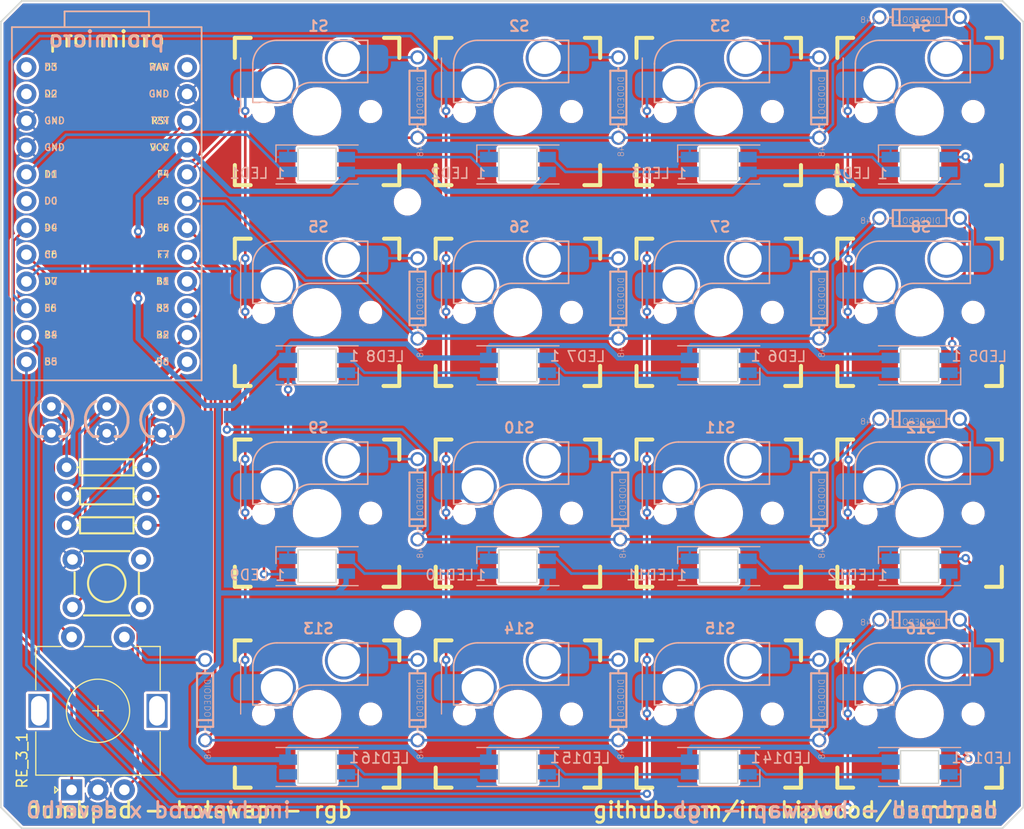
<source format=kicad_pcb>
(kicad_pcb (version 20211014) (generator pcbnew)
  (layers (0 "F.Cu" signal) (31 "B.Cu" signal) (34 "B.Paste" user) (35 "F.Paste" user) (36 "B.SilkS" user "B.Silkscreen") (37 "F.SilkS" user "F.Silkscreen") (38 "B.Mask" user) (39 "F.Mask" user) (44 "Edge.Cuts" user))
  (net 0 "")
  (net 1 "GND")
  (net 2 "/RAW")
  (net 3 "/RESET")
  (net 4 "/ROW0")
  (net 5 "/ROW1")
  (net 6 "VCC")
  (net 7 "/ROW2")
  (net 8 "/ROW3")
  (net 9 "/LED1")
  (net 10 "/LED2")
  (net 11 "/ENCODER0_L0")
  (net 12 "/LED0")
  (net 13 "/COL4")
  (net 14 "/COL3")
  (net 15 "/COL2")
  (net 16 "/COL1")
  (net 17 "/COL0")
  (net 18 "/ENCODER0_L1")
  (net 19 "/NC{slash}RX{slash}D2")
  (net 20 "/NC{slash}TX{slash}D3")
  (net 21 "Net-(D1-PadA)")
  (net 22 "Net-(D2-PadA)")
  (net 23 "Net-(D3-PadA)")
  (net 24 "Net-(D4-PadA)")
  (net 25 "Net-(D5-PadA)")
  (net 26 "Net-(D6-PadA)")
  (net 27 "Net-(D7-PadA)")
  (net 28 "Net-(D8-PadA)")
  (net 29 "Net-(D9-PadA)")
  (net 30 "Net-(D10-PadA)")
  (net 31 "Net-(D11-PadA)")
  (net 32 "Net-(D12-PadA)")
  (net 33 "Net-(D13-PadA)")
  (net 34 "Net-(D14-PadA)")
  (net 35 "Net-(D15-PadA)")
  (net 36 "Net-(D16-PadA)")
  (net 37 "Net-(D17-PadA)")
  (net 38 "Net-(D18-PadA)")
  (net 39 "Net-(D19-PadA)")
  (net 40 "Net-(D20-PadA)")
  (net 42 "/KEY_LEDS")
  (net 43 "Net-(LED1-Pad2)")
  (net 44 "Net-(LED2-Pad2)")
  (net 45 "Net-(LED3-Pad2)")
  (net 46 "Net-(LED4-Pad2)")
  (net 47 "Net-(LED5-Pad2)")
  (net 48 "Net-(LED6-Pad2)")
  (net 49 "Net-(LED7-Pad2)")
  (net 50 "Net-(LED8-Pad2)")
  (net 51 "Net-(LED10-Pad4)")
  (net 52 "Net-(LED10-Pad2)")
  (net 53 "Net-(LED11-Pad2)")
  (net 54 "Net-(LED12-Pad2)")
  (net 55 "Net-(LED13-Pad2)")
  (net 56 "Net-(LED14-Pad2)")
  (net 57 "Net-(LED15-Pad2)")
  (footprint "dumbpad:TACTILE_SWITCH_PTH_6.0MM" (layer "F.Cu") (at 110.0511 121.0036)
    (fp_text reference "S17" hide)
    (fp_text value "MOMENTARY-SWITCH-SPST-PTH-6.0MM" hide)
  )
  (footprint "MountingHole:MountingHole_2.1mm" (layer "F.Cu") (at 138.5761 124.8286)
    (fp_text reference "REF**")
    (fp_text value "MountingHole_2.1mm")
  )
  (footprint "MountingHole:MountingHole_2.1mm" (layer "F.Cu") (at 178.5761 124.8286)
    (fp_text reference "REF**")
    (fp_text value "MountingHole_2.1mm")
  )
  (footprint "dumbpad:SPARKFUN_PRO_MICRO" (layer "F.Cu") (at 110.0511 84.7536)
    (fp_text reference "B1" hide)
    (fp_text value "SPARKFUN_PRO_MICRO" hide)
  )
  (footprint "Rotary_Encoder:RotaryEncoder_Alps_EC11E-Switch_Vertical_H20mm" (layer "F.Cu") (at 106.72 140.6 90)
    (fp_text reference "RE_3_1")
    (fp_text value "CHERRY-MX-ENCODER")
  )
  (footprint "dumbpad:AXIAL-0.3" (layer "F.Cu") (at 110.0511 115.5036)
    (fp_text reference "R3" hide)
    (fp_text value "330" hide)
  )
  (footprint "dumbpad:AXIAL-0.3" (layer "F.Cu") (at 110.0511 110.0036)
    (fp_text reference "R1" hide)
    (fp_text value "330" hide)
  )
  (footprint "dumbpad:LED_3MM" (layer "F.Cu") (at 110.0511 105.5036 -90)
    (fp_text reference "D18" hide)
    (fp_text value "LED3MM")
  )
  (footprint "dumbpad:LED_3MM" (layer "F.Cu") (at 115.3011 105.5036 -90)
    (fp_text reference "D19" hide)
    (fp_text value "LED3MM")
  )
  (footprint "MountingHole:MountingHole_2.1mm" (layer "F.Cu") (at 138.5761 84.8286)
    (fp_text reference "REF**")
    (fp_text value "MountingHole_2.1mm")
  )
  (footprint "dumbpad:LED_3MM" (layer "F.Cu") (at 104.8011 105.5036 -90)
    (fp_text reference "D17" hide)
    (fp_text value "LED3MM")
  )
  (footprint "dumbpad:AXIAL-0.3" (layer "F.Cu") (at 110.0511 112.7536)
    (fp_text reference "R2" hide)
    (fp_text value "330" hide)
  )
  (footprint "MountingHole:MountingHole_2.1mm" (layer "F.Cu") (at 178.5761 84.8286)
    (fp_text reference "REF**")
    (fp_text value "MountingHole_2.1mm")
  )
  (footprint "Keyswitch:Kailh-CPG151101S11_MX_Socket-1.00u" (layer "B.Cu") (at 130.0011 76.2536 180)
    (fp_text reference "S1")
    (fp_text value "MOMENTARY-SWITCH-SPST-LED-PTH-CHERRY" hide)
  )
  (footprint "dumbpad:DO-1N4148" (layer "B.Cu") (at 158.75 113.03 -90)
    (fp_text reference "D10" hide)
    (fp_text value "DIODEDO-1N4148")
  )
  (footprint "Library:YS-SK6812MINI-E" (layer "B.Cu") (at 149.0511 100.33 180)
    (fp_text reference "LED7")
    (fp_text value "SK6812MINI")
    (fp_line (start -1.8 -1.55) (end 1.8 -1.55) (layer "Edge.Cuts") (width 0.12))
    (fp_line (start 1.8 -1.55) (end 1.8 1.55) (layer "Edge.Cuts") (width 0.12))
    (fp_line (start 1.8 1.55) (end -1.8 1.55) (layer "Edge.Cuts") (width 0.12))
    (fp_line (start -1.8 1.55) (end -1.8 -1.55) (layer "Edge.Cuts") (width 0.12))
  )
  (footprint "Keyswitch:Kailh-CPG151101S11_MX_Socket-1.00u" (layer "B.Cu") (at 168.1011 133.4036 180)
    (fp_text reference "S15")
    (fp_text value "MOMENTARY-SWITCH-SPST-LED-PTH-CHERRY" hide)
  )
  (footprint "Keyswitch:Kailh-CPG151101S11_MX_Socket-1.00u" (layer "B.Cu") (at 187.1511 95.3036 180)
    (fp_text reference "S8")
    (fp_text value "MOMENTARY-SWITCH-SPST-LED-PTH-CHERRY" hide)
  )
  (footprint "Keyswitch:Kailh-CPG151101S11_MX_Socket-1.00u" (layer "B.Cu") (at 149.0511 76.2536 180)
    (fp_text reference "S2")
    (fp_text value "MOMENTARY-SWITCH-SPST-LED-PTH-CHERRY" hide)
  )
  (footprint "dumbpad:DO-1N4148" (layer "B.Cu") (at 187.1511 86.36 180)
    (fp_text reference "D8" hide)
    (fp_text value "DIODEDO-1N4148")
  )
  (footprint "dumbpad:DO-1N4148" (layer "B.Cu") (at 158.5761 93.98 -90)
    (fp_text reference "D6" hide)
    (fp_text value "DIODEDO-1N4148")
  )
  (footprint "Library:YS-SK6812MINI-E" (layer "B.Cu") (at 187.1511 81.28)
    (fp_text reference "LED4")
    (fp_text value "SK6812MINI")
    (fp_line (start 1.8 1.55) (end -1.8 1.55) (layer "Edge.Cuts") (width 0.12))
    (fp_line (start -1.8 -1.55) (end 1.8 -1.55) (layer "Edge.Cuts") (width 0.12))
    (fp_line (start -1.8 1.55) (end -1.8 -1.55) (layer "Edge.Cuts") (width 0.12))
    (fp_line (start 1.8 -1.55) (end 1.8 1.55) (layer "Edge.Cuts") (width 0.12))
  )
  (footprint "Keyswitch:Kailh-CPG151101S11_MX_Socket-1.00u" (layer "B.Cu") (at 187.1511 76.2536 180)
    (fp_text reference "S4")
    (fp_text value "MOMENTARY-SWITCH-SPST-LED-PTH-CHERRY" hide)
  )
  (footprint "Keyswitch:Kailh-CPG151101S11_MX_Socket-1.00u" (layer "B.Cu") (at 130.0011 95.3036 180)
    (fp_text reference "S5")
    (fp_text value "MOMENTARY-SWITCH-SPST-LED-PTH-CHERRY" hide)
  )
  (footprint "dumbpad:DO-1N4148" (layer "B.Cu") (at 187.1511 67.31 180)
    (fp_text reference "D4" hide)
    (fp_text value "DIODEDO-1N4148")
  )
  (footprint "Library:YS-SK6812MINI-E" (layer "B.Cu") (at 187.1511 119.38)
    (fp_text reference "LED12")
    (fp_text value "SK6812MINI")
    (fp_line (start 1.8 -1.55) (end 1.8 1.55) (layer "Edge.Cuts") (width 0.12))
    (fp_line (start -1.8 -1.55) (end 1.8 -1.55) (layer "Edge.Cuts") (width 0.12))
    (fp_line (start 1.8 1.55) (end -1.8 1.55) (layer "Edge.Cuts") (width 0.12))
    (fp_line (start -1.8 1.55) (end -1.8 -1.55) (layer "Edge.Cuts") (width 0.12))
  )
  (footprint "Library:YS-SK6812MINI-E" (layer "B.Cu") (at 168.1011 81.28)
    (fp_text reference "LED3")
    (fp_text value "SK6812MINI")
    (fp_line (start -1.8 -1.55) (end 1.8 -1.55) (layer "Edge.Cuts") (width 0.12))
    (fp_line (start 1.8 -1.55) (end 1.8 1.55) (layer "Edge.Cuts") (width 0.12))
    (fp_line (start -1.8 1.55) (end -1.8 -1.55) (layer "Edge.Cuts") (width 0.12))
    (fp_line (start 1.8 1.55) (end -1.8 1.55) (layer "Edge.Cuts") (width 0.12))
  )
  (footprint "Keyswitch:Kailh-CPG151101S11_MX_Socket-1.00u" (layer "B.Cu") (at 149.0511 133.4036 180)
    (fp_text reference "S14")
    (fp_text value "MOMENTARY-SWITCH-SPST-LED-PTH-CHERRY" hide)
  )
  (footprint "Keyswitch:Kailh-CPG151101S11_MX_Socket-1.00u" (layer "B.Cu") (at 168.1011 114.3536 180)
    (fp_text reference "S11")
    (fp_text value "MOMENTARY-SWITCH-SPST-LED-PTH-CHERRY" hide)
  )
  (footprint "Library:YS-SK6812MINI-E" (layer "B.Cu") (at 130.0011 138.43 180)
    (fp_text reference "LED16")
    (fp_text value "SK6812MINI")
    (fp_line (start -1.8 -1.55) (end 1.8 -1.55) (layer "Edge.Cuts") (width 0.12))
    (fp_line (start 1.8 1.55) (end -1.8 1.55) (layer "Edge.Cuts") (width 0.12))
    (fp_line (start 1.8 -1.55) (end 1.8 1.55) (layer "Edge.Cuts") (width 0.12))
    (fp_line (start -1.8 1.55) (end -1.8 -1.55) (layer "Edge.Cuts") (width 0.12))
  )
  (footprint "Keyswitch:Kailh-CPG151101S11_MX_Socket-1.00u" (layer "B.Cu") (at 168.1011 95.3036 180)
    (fp_text reference "S7")
    (fp_text value "MOMENTARY-SWITCH-SPST-LED-PTH-CHERRY" hide)
  )
  (footprint "Keyswitch:Kailh-CPG151101S11_MX_Socket-1.00u" (layer "B.Cu") (at 149.0511 95.3036 180)
    (fp_text reference "S6")
    (fp_text value "MOMENTARY-SWITCH-SPST-LED-PTH-CHERRY" hide)
  )
  (footprint "dumbpad:DO-1N4148" (layer "B.Cu") (at 139.5261 113.03 -90)
    (fp_text reference "D9" hide)
    (fp_text value "DIODEDO-1N4148")
  )
  (footprint "dumbpad:DO-1N4148" (layer "B.Cu") (at 177.6261 113.03 -90)
    (fp_text reference "D11" hide)
    (fp_text value "DIODEDO-1N4148")
  )
  (footprint "Library:YS-SK6812MINI-E" (layer "B.Cu") (at 149.0511 119.38)
    (fp_text reference "LED10")
    (fp_text value "SK6812MINI")
    (fp_line (start -1.8 1.55) (end -1.8 -1.55) (layer "Edge.Cuts") (width 0.12))
    (fp_line (start 1.8 1.55) (end -1.8 1.55) (layer "Edge.Cuts") (width 0.12))
    (fp_line (start 1.8 -1.55) (end 1.8 1.55) (layer "Edge.Cuts") (width 0.12))
    (fp_line (start -1.8 -1.55) (end 1.8 -1.55) (layer "Edge.Cuts") (width 0.12))
  )
  (footprint "dumbpad:DO-1N4148" (layer "B.Cu") (at 139.5261 132.08 -90)
    (fp_text reference "D13" hide)
    (fp_text value "DIODEDO-1N4148")
  )
  (footprint "Library:YS-SK6812MINI-E" (layer "B.Cu") (at 149.0511 81.28)
    (fp_text reference "LED2")
    (fp_text value "SK6812MINI")
    (fp_line (start -1.8 -1.55) (end 1.8 -1.55) (layer "Edge.Cuts") (width 0.12))
    (fp_line (start 1.8 1.55) (end -1.8 1.55) (layer "Edge.Cuts") (width 0.12))
    (fp_line (start -1.8 1.55) (end -1.8 -1.55) (layer "Edge.Cuts") (width 0.12))
    (fp_line (start 1.8 -1.55) (end 1.8 1.55) (layer "Edge.Cuts") (width 0.12))
  )
  (footprint "Keyswitch:Kailh-CPG151101S11_MX_Socket-1.00u" (layer "B.Cu") (at 187.1511 114.3536 180)
    (fp_text reference "S12")
    (fp_text value "MOMENTARY-SWITCH-SPST-LED-PTH-CHERRY" hide)
  )
  (footprint "dumbpad:DO-1N4148" (layer "B.Cu") (at 119.38 132.08 -90)
    (fp_text reference "D20" hide)
    (fp_text value "DIODEDO-1N4148")
  )
  (footprint "Library:YS-SK6812MINI-E" (layer "B.Cu") (at 187.1511 138.43 180)
    (fp_text reference "LED13")
    (fp_text value "SK6812MINI")
    (fp_line (start -1.8 -1.55) (end 1.8 -1.55) (layer "Edge.Cuts") (width 0.12))
    (fp_line (start 1.8 -1.55) (end 1.8 1.55) (layer "Edge.Cuts") (width 0.12))
    (fp_line (start 1.8 1.55) (end -1.8 1.55) (layer "Edge.Cuts") (width 0.12))
    (fp_line (start -1.8 1.55) (end -1.8 -1.55) (layer "Edge.Cuts") (width 0.12))
  )
  (footprint "dumbpad:DO-1N4148" (layer "B.Cu") (at 177.6261 93.98 -90)
    (fp_text reference "D7" hide)
    (fp_text value "DIODEDO-1N4148")
  )
  (footprint "Library:YS-SK6812MINI-E" (layer "B.Cu") (at 187.1511 100.33 180)
    (fp_text reference "LED5")
    (fp_text value "SK6812MINI")
    (fp_line (start 1.8 -1.55) (end 1.8 1.55) (layer "Edge.Cuts") (width 0.12))
    (fp_line (start -1.8 1.55) (end -1.8 -1.55) (layer "Edge.Cuts") (width 0.12))
    (fp_line (start 1.8 1.55) (end -1.8 1.55) (layer "Edge.Cuts") (width 0.12))
    (fp_line (start -1.8 -1.55) (end 1.8 -1.55) (layer "Edge.Cuts") (width 0.12))
  )
  (footprint "Keyswitch:Kailh-CPG151101S11_MX_Socket-1.00u" (layer "B.Cu") (at 168.1011 76.2536 180)
    (fp_text reference "S3")
    (fp_text value "MOMENTARY-SWITCH-SPST-LED-PTH-CHERRY" hide)
  )
  (footprint "dumbpad:DO-1N4148" (layer "B.Cu") (at 139.5261 93.98 -90)
    (fp_text reference "D5" hide)
    (fp_text value "DIODEDO-1N4148")
  )
  (footprint "dumbpad:DO-1N4148" (layer "B.Cu") (at 187.1511 124.46 180)
    (fp_text reference "D16" hide)
    (fp_text value "DIODEDO-1N4148")
  )
  (footprint "dumbpad:DO-1N4148" (layer "B.Cu") (at 158.5761 132.08 -90)
    (fp_text reference "D14" hide)
    (fp_text value "DIODEDO-1N4148")
  )
  (footprint "dumbpad:DO-1N4148" (layer "B.Cu") (at 177.6261 74.93 -90)
    (fp_text reference "D3" hide)
    (fp_text value "DIODEDO-1N4148")
  )
  (footprint "dumbpad:DO-1N4148" (layer "B.Cu") (at 177.6261 132.08 -90)
    (fp_text reference "D15" hide)
    (fp_text value "DIODEDO-1N4148")
  )
  (footprint "Library:YS-SK6812MINI-E" (layer "B.Cu") (at 168.1011 100.33 180)
    (fp_text reference "LED6")
    (fp_text value "SK6812MINI")
    (fp_line (start -1.8 1.55) (end -1.8 -1.55) (layer "Edge.Cuts") (width 0.12))
    (fp_line (start 1.8 1.55) (end -1.8 1.55) (layer "Edge.Cuts") (width 0.12))
    (fp_line (start 1.8 -1.55) (end 1.8 1.55) (layer "Edge.Cuts") (width 0.12))
    (fp_line (start -1.8 -1.55) (end 1.8 -1.55) (layer "Edge.Cuts") (width 0.12))
  )
  (footprint "Library:YS-SK6812MINI-E" (layer "B.Cu") (at 130.0011 81.28)
    (fp_text reference "LED1")
    (fp_text value "SK6812MINI")
    (fp_line (start 1.8 -1.55) (end 1.8 1.55) (layer "Edge.Cuts") (width 0.12))
    (fp_line (start 1.8 1.55) (end -1.8 1.55) (layer "Edge.Cuts") (width 0.12))
    (fp_line (start -1.8 -1.55) (end 1.8 -1.55) (layer "Edge.Cuts") (width 0.12))
    (fp_line (start -1.8 1.55) (end -1.8 -1.55) (layer "Edge.Cuts") (width 0.12))
  )
  (footprint "Keyswitch:Kailh-CPG151101S11_MX_Socket-1.00u" (layer "B.Cu") (at 130.0011 133.4072 180)
    (fp_text reference "S13")
    (fp_text value "MOMENTARY-SWITCH-SPST-LED-PTH-CHERRY" hide)
  )
  (footprint "Library:YS-SK6812MINI-E" (layer "B.Cu") (at 130.0011 119.38)
    (fp_text reference "LED9")
    (fp_text value "SK6812MINI")
    (fp_line (start -1.8 1.55) (end -1.8 -1.55) (layer "Edge.Cuts") (width 0.12))
    (fp_line (start -1.8 -1.55) (end 1.8 -1.55) (layer "Edge.Cuts") (width 0.12))
    (fp_line (start 1.8 1.55) (end -1.8 1.55) (layer "Edge.Cuts") (width 0.12))
    (fp_line (start 1.8 -1.55) (end 1.8 1.55) (layer "Edge.Cuts") (width 0.12))
  )
  (footprint "Keyswitch:Kailh-CPG151101S11_MX_Socket-1.00u" (layer "B.Cu") (at 130.0011 114.3536 180)
    (fp_text reference "S9")
    (fp_text value "MOMENTARY-SWITCH-SPST-LED-PTH-CHERRY" hide)
  )
  (footprint "Library:YS-SK6812MINI-E" (layer "B.Cu") (at 168.1011 119.38)
    (fp_text reference "LED11")
    (fp_text value "SK6812MINI")
    (fp_line (start 1.8 -1.55) (end 1.8 1.55) (layer "Edge.Cuts") (width 0.12))
    (fp_line (start -1.8 -1.55) (end 1.8 -1.55) (layer "Edge.Cuts") (width 0.12))
    (fp_line (start 1.8 1.55) (end -1.8 1.55) (layer "Edge.Cuts") (width 0.12))
    (fp_line (start -1.8 1.55) (end -1.8 -1.55) (layer "Edge.Cuts") (width 0.12))
  )
  (footprint "dumbpad:DO-1N4148" (layer "B.Cu") (at 139.5261 74.93 -90)
    (fp_text reference "D1" hide)
    (fp_text value "DIODEDO-1N4148")
  )
  (footprint "Keyswitch:Kailh-CPG151101S11_MX_Socket-1.00u" (layer "B.Cu") (at 187.1511 133.4072 180)
    (fp_text reference "S16")
    (fp_text value "MOMENTARY-SWITCH-SPST-LED-PTH-CHERRY" hide)
  )
  (footprint "Library:YS-SK6812MINI-E" (layer "B.Cu") (at 149.0511 138.43 180)
    (fp_text reference "LED15")
    (fp_text value "SK6812MINI")
    (fp_line (start 1.8 1.55) (end -1.8 1.55) (layer "Edge.Cuts") (width 0.12))
    (fp_line (start -1.8 -1.55) (end 1.8 -1.55) (layer "Edge.Cuts") (width 0.12))
    (fp_line (start -1.8 1.55) (end -1.8 -1.55) (layer "Edge.Cuts") (width 0.12))
    (fp_line (start 1.8 -1.55) (end 1.8 1.55) (layer "Edge.Cuts") (width 0.12))
  )
  (footprint "dumbpad:DO-1N4148" (layer "B.Cu") (at 187.1511 105.41 180)
    (fp_text reference "D12" hide)
    (fp_text value "DIODEDO-1N4148")
  )
  (footprint "Library:YS-SK6812MINI-E" (layer "B.Cu") (at 130.0011 100.33 180)
    (fp_text reference "LED8")
    (fp_text value "SK6812MINI")
    (fp_line (start 1.8 1.55) (end -1.8 1.55) (layer "Edge.Cuts") (width 0.12))
    (fp_line (start -1.8 1.55) (end -1.8 -1.55) (layer "Edge.Cuts") (width 0.12))
    (fp_line (start -1.8 -1.55) (end 1.8 -1.55) (layer "Edge.Cuts") (width 0.12))
    (fp_line (start 1.8 -1.55) (end 1.8 1.55) (layer "Edge.Cuts") (width 0.12))
  )
  (footprint "dumbpad:DO-1N4148" (layer "B.Cu") (at 158.5761 74.93 -90)
    (fp_text reference "D2" hide)
    (fp_text value "DIODEDO-1N4148")
  )
  (footprint "Library:YS-SK6812MINI-E" (layer "B.Cu") (at 168.1011 138.43 180)
    (fp_text reference "LED14")
    (fp_text value "SK6812MINI")
    (fp_line (start -1.8 -1.55) (end 1.8 -1.55) (layer "Edge.Cuts") (width 0.12))
    (fp_line (start -1.8 1.55) (end -1.8 -1.55) (layer "Edge.Cuts") (width 0.12))
    (fp_line (start 1.8 -1.55) (end 1.8 1.55) (layer "Edge.Cuts") (width 0.12))
    (fp_line (start 1.8 1.55) (end -1.8 1.55) (layer "Edge.Cuts") (width 0.12))
  )
  (footprint "Keyswitch:Kailh-CPG151101S11_MX_Socket-1.00u" (layer "B.Cu") (at 149.0511 114.3536 180)
    (fp_text reference "S10")
    (fp_text value "MOMENTARY-SWITCH-SPST-LED-PTH-CHERRY" hide)
  )
  (gr_line (start 106.0511 68.2536) (end 114.0511 68.2536) (layer "B.SilkS") (width 0.1524))
  (gr_line (start 114.0511 68.2536) (end 119.0511 68.2536) (layer "B.SilkS") (width 0.1524))
  (gr_line (start 106.0511 66.7536) (end 114.0511 66.7536) (layer "B.SilkS") (width 0.1524))
  (gr_line (start 101.0511 68.2536) (end 106.0511 68.2536) (layer "B.SilkS") (width 0.1524))
  (gr_line (start 119.0511 68.2536) (end 119.0511 101.7536) (layer "B.SilkS") (width 0.1524))
  (gr_line (start 106.0511 68.2536) (end 106.0511 66.7536) (layer "B.SilkS") (width 0.1524))
  (gr_line (start 114.0511 66.7536) (end 114.0511 68.2536) (layer "B.SilkS") (width 0.1524))
  (gr_line (start 119.0511 101.7536) (end 101.0511 101.7536) (layer "B.SilkS") (width 0.1524))
  (gr_line (start 101.0511 101.7536) (end 101.0511 68.2536) (layer "B.SilkS") (width 0.1524))
  (gr_line (start 119.0511 68.2536) (end 119.0511 101.7536) (layer "F.SilkS") (width 0.1524))
  (gr_line (start 106.0511 66.7536) (end 114.0511 66.7536) (layer "F.SilkS") (width 0.1524))
  (gr_line (start 106.0511 68.2536) (end 106.0511 66.7536) (layer "F.SilkS") (width 0.1524))
  (gr_line (start 114.0511 66.7536) (end 114.0511 68.2536) (layer "F.SilkS") (width 0.1524))
  (gr_line (start 114.0511 68.2536) (end 119.0511 68.2536) (layer "F.SilkS") (width 0.1524))
  (gr_line (start 101.0511 68.2536) (end 106.0511 68.2536) (layer "F.SilkS") (width 0.1524))
  (gr_line (start 101.0511 101.7536) (end 101.0511 68.2536) (layer "F.SilkS") (width 0.1524))
  (gr_line (start 119.0511 101.7536) (end 101.0511 101.7536) (layer "F.SilkS") (width 0.1524))
  (gr_line (start 106.0511 68.2536) (end 114.0511 68.2536) (layer "F.SilkS") (width 0.1524))
  (gr_line (start 197.0011 67.7536) (end 195.0011 65.7536) (layer "Edge.Cuts") (width 0.1524))
  (gr_line (start 100.0011 67.7536) (end 100.0011 142.2536) (layer "Edge.Cuts") (width 0.1524))
  (gr_line (start 102.0011 65.7536) (end 100.0011 67.7536) (layer "Edge.Cuts") (width 0.1524))
  (gr_line (start 100.0011 142.2536) (end 102.0011 144.2536) (layer "Edge.Cuts") (width 0.1524))
  (gr_line (start 197.0011 142.2536) (end 197.0011 67.7536) (layer "Edge.Cuts") (width 0.1524))
  (gr_line (start 195.0011 144.2536) (end 197.0011 142.2536) (layer "Edge.Cuts") (width 0.1524))
  (gr_line (start 195.0011 65.7536) (end 102.0011 65.7536) (layer "Edge.Cuts") (width 0.1524))
  (gr_line (start 102.0011 144.2536) (end 195.0011 144.2536) (layer "Edge.Cuts") (width 0.1524))
  (gr_text "pro micro" (at 110.0511 70.2536) (layer "B.SilkS") (effects (font (size 1.4875 1.4875) (thickness 0.2625)) (justify bottom mirror)))
  (gr_text "C6" (at 104.0511 89.8236) (layer "B.SilkS") (effects (font (size 0.6375 0.6375) (thickness 0.1125)) (justify right mirror)))
  (gr_text "E6" (at 104.0511 94.9036) (layer "B.SilkS") (effects (font (size 0.6375 0.6375) (thickness 0.1125)) (justify right mirror)))
  (gr_text "B3" (at 116.0511 94.9036) (layer "B.SilkS") (effects (font (size 0.6375 0.6375) (thickness 0.1125)) (justify left mirror)))
  (gr_text "VCC" (at 116.0511 79.6636) (layer "B.SilkS") (effects (font (size 0.6375 0.6375) (thickness 0.1125)) (justify left mirror)))
  (gr_text "F6" (at 116.0511 87.2836) (layer "B.SilkS") (effects (font (size 0.6375 0.6375) (thickness 0.1125)) (justify left mirror)))
  (gr_text "D7" (at 104.0511 92.3636) (layer "B.SilkS") (effects (font (size 0.6375 0.6375) (thickness 0.1125)) (justify right mirror)))
  (gr_text "F7" (at 116.0511 89.8236) (layer "B.SilkS") (effects (font (size 0.6375 0.6375) (thickness 0.1125)) (justify left mirror)))
  (gr_text "GND" (at 104.0511 79.6636) (layer "B.SilkS") (effects (font (size 0.6375 0.6375) (thickness 0.1125)) (justify right mirror)))
  (gr_text "B6" (at 116.0511 99.9836) (layer "B.SilkS") (effects (font (size 0.6375 0.6375) (thickness 0.1125)) (justify left mirror)))
  (gr_text "D4" (at 104.0511 87.2836) (layer "B.SilkS") (effects (font (size 0.6375 0.6375) (thickness 0.1125)) (justify right mirror)))
  (gr_text "B5" (at 104.0511 99.9836) (layer "B.SilkS") (effects (font (size 0.6375 0.6375) (thickness 0.1125)) (justify right mirror)))
  (gr_text "RST" (at 116.0511 77.1236) (layer "B.SilkS") (effects (font (size 0.6375 0.6375) (thickness 0.1125)) (justify left mirror)))
  (gr_text "RAW" (at 116.0511 72.0436) (layer "B.SilkS") (effects (font (size 0.6375 0.6375) (thickness 0.1125)) (justify left mirror)))
  (gr_text "GND" (at 116.0511 74.5836) (layer "B.SilkS") (effects (font (size 0.6375 0.6375) (thickness 0.1125)) (justify left mirror)))
  (gr_text "D3" (at 104.0511 72.0436) (layer "B.SilkS") (effects (font (size 0.6375 0.6375) (thickness 0.1125)) (justify right mirror)))
  (gr_text "D0" (at 104.0511 84.7436) (layer "B.SilkS") (effects (font (size 0.6375 0.6375) (thickness 0.1125)) (justify right mirror)))
  (gr_text "B1" (at 116.0511 92.3636) (layer "B.SilkS") (effects (font (size 0.6375 0.6375) (thickness 0.1125)) (justify left mirror)))
  (gr_text "B2" (at 116.0511 97.4436) (layer "B.SilkS") (effects (font (size 0.6375 0.6375) (thickness 0.1125)) (justify left mirror)))
  (gr_text "D1" (at 104.0511 82.2036) (layer "B.SilkS") (effects (font (size 0.6375 0.6375) (thickness 0.1125)) (justify right mirror)))
  (gr_text "imchipwood x deveth0" (at 102.2511 143.3786) (layer "B.SilkS") (effects (font (size 1.4875 1.4875) (thickness 0.2625)) (justify right bottom mirror)))
  (gr_text "D2" (at 104.0511 74.5836) (layer "B.SilkS") (effects (font (size 0.6375 0.6375) (thickness 0.1125)) (justify right mirror)))
  (gr_text "F5" (at 116.0511 84.7436) (layer "B.SilkS") (effects (font (size 0.6375 0.6375) (thickness 0.1125)) (justify left mirror)))
  (gr_text "GND" (at 104.0511 77.1236) (layer "B.SilkS") (effects (font (size 0.6375 0.6375) (thickness 0.1125)) (justify right mirror)))
  (gr_text "B4" (at 104.0511 97.4436) (layer "B.SilkS") (effects (font (size 0.6375 0.6375) (thickness 0.1125)) (justify right mirror)))
  (gr_text "dumbpad - hotswap - rgb" (at 194.7511 143.3786) (layer "B.SilkS") (effects (font (size 1.4875 1.4875) (thickness 0.2625)) (justify left bottom mirror)))
  (gr_text "F4" (at 116.0511 82.2036) (layer "B.SilkS") (effects (font (size 0.6375 0.6375) (thickness 0.1125)) (justify left mirror)))
  (gr_text "D4" (at 104.0511 87.2836) (layer "F.SilkS") (effects (font (size 0.6375 0.6375) (thickness 0.1125)) (justify left)))
  (gr_text "F7" (at 116.0511 89.8236) (layer "F.SilkS") (effects (font (size 0.6375 0.6375) (thickness 0.1125)) (justify right)))
  (gr_text "B5" (at 104.0511 99.9836) (layer "F.SilkS") (effects (font (size 0.6375 0.6375) (thickness 0.1125)) (justify left)))
  (gr_text "D7" (at 104.0511 92.3636) (layer "F.SilkS") (effects (font (size 0.6375 0.6375) (thickness 0.1125)) (justify left)))
  (gr_text "B1" (at 116.0511 92.3636) (layer "F.SilkS") (effects (font (size 0.6375 0.6375) (thickness 0.1125)) (justify right)))
  (gr_text "B2" (at 116.0511 97.4436) (layer "F.SilkS") (effects (font (size 0.6375 0.6375) (thickness 0.1125)) (justify right)))
  (gr_text "C6" (at 104.0511 89.8236) (layer "F.SilkS") (effects (font (size 0.6375 0.6375) (thickness 0.1125)) (justify left)))
  (gr_text "B4" (at 104.0511 97.4436) (layer "F.SilkS") (effects (font (size 0.6375 0.6375) (thickness 0.1125)) (justify left)))
  (gr_text "D3" (at 104.0511 72.0436) (layer "F.SilkS") (effects (font (size 0.6375 0.6375) (thickness 0.1125)) (justify left)))
  (gr_text "VCC" (at 116.0511 79.6636) (layer "F.SilkS") (effects (font (size 0.6375 0.6375) (thickness 0.1125)) (justify right)))
  (gr_text "E6" (at 104.0511 94.9036) (layer "F.SilkS") (effects (font (size 0.6375 0.6375) (thickness 0.1125)) (justify left)))
  (gr_text "pro micro" (at 110.0511 70.2536) (layer "F.SilkS") (effects (font (size 1.4875 1.4875) (thickness 0.2625)) (justify bottom)))
  (gr_text "RAW" (at 116.0511 72.0436) (layer "F.SilkS") (effects (font (size 0.6375 0.6375) (thickness 0.1125)) (justify right)))
  (gr_text "dumbpad - hotswap - rgb" (at 102.2511 143.3786) (layer "F.SilkS") (effects (font (size 1.4875 1.4875) (thickness 0.2625)) (justify left bottom)))
  (gr_text "D0" (at 104.0511 84.7436) (layer "F.SilkS") (effects (font (size 0.6375 0.6375) (thickness 0.1125)) (justify left)))
  (gr_text "B6" (at 116.0511 99.9836) (layer "F.SilkS") (effects (font (size 0.6375 0.6375) (thickness 0.1125)) (justify right)))
  (gr_text "D2" (at 104.0511 74.5836) (layer "F.SilkS") (effects (font (size 0.6375 0.6375) (thickness 0.1125)) (justify left)))
  (gr_text "F5" (at 116.0511 84.7436) (layer "F.SilkS") (effects (font (size 0.6375 0.6375) (thickness 0.1125)) (justify right)))
  (gr_text "GND" (at 116.0511 74.5836) (layer "F.SilkS") (effects (font (size 0.6375 0.6375) (thickness 0.1125)) (justify right)))
  (gr_text "RST" (at 116.0511 77.1236) (layer "F.SilkS") (effects (font (size 0.6375 0.6375) (thickness 0.1125)) (justify right)))
  (gr_text "F6" (at 116.0511 87.2836) (layer "F.SilkS") (effects (font (size 0.6375 0.6375) (thickness 0.1125)) (justify right)))
  (gr_text "GND" (at 104.0511 77.1236) (layer "F.SilkS") (effects (font (size 0.6375 0.6375) (thickness 0.1125)) (justify left)))
  (gr_text "github.com/imchipwood/dumbpad" (at 194.7511 143.3786) (layer "F.SilkS") (effects (font (size 1.4875 1.4875) (thickness 0.2625)) (justify right bottom)))
  (gr_text "B3" (at 116.0511 94.9036) (layer "F.SilkS") (effects (font (size 0.6375 0.6375) (thickness 0.1125)) (justify right)))
  (gr_text "D1" (at 104.0511 82.2036) (layer "F.SilkS") (effects (font (size 0.6375 0.6375) (thickness 0.1125)) (justify left)))
  (gr_text "F4" (at 116.0511 82.2036) (layer "F.SilkS") (effects (font (size 0.6375 0.6375) (thickness 0.1125)) (justify right)))
  (gr_text "GND" (at 104.0511 79.6636) (layer "F.SilkS") (effects (font (size 0.6375 0.6375) (thickness 0.1125)) (justify left)))
  (segment (start 108.016611 86.788089) (end 117.6711 77.1336) (width 0.25) (layer "F.Cu") (net 3))
  (segment (start 106.7999 123.2642) (end 108.016611 122.047489) (width 0.25) (layer "F.Cu") (net 3))
  (segment (start 108.016611 122.047489) (end 108.016611 86.788089) (width 0.25) (layer "F.Cu") (net 3))
  (segment (start 122.513089 77.371611) (end 122.513089 74.454414) (width 0.25) (layer "F.Cu") (net 4))
  (segment (start 125.330814 71.636689) (end 128.812981 71.636689) (width 0.25) (layer "F.Cu") (net 4))
  (segment (start 133.35 76.254235) (end 135.835765 78.74) (width 0.25) (layer "F.Cu") (net 4))
  (segment (start 133.35 76.173708) (end 133.35 76.254235) (width 0.25) (layer "F.Cu") (net 4))
  (segment (start 122.513089 74.454414) (end 125.330814 71.636689) (width 0.25) (layer "F.Cu") (net 4))
  (segment (start 117.6711 82.2136) (end 122.513089 77.371611) (width 0.25) (layer "F.Cu") (net 4))
  (segment (start 128.812981 71.636689) (end 133.35 76.173708) (width 0.25) (layer "F.Cu") (net 4))
  (segment (start 135.835765 78.74) (end 139.5261 78.74) (width 0.25) (layer "F.Cu") (net 4))
  (segment (start 177.6261 78.74) (end 158.5761 78.74) (width 0.25) (layer "B.Cu") (net 4))
  (segment (start 183.3411 67.31) (end 178.92418 71.72692) (width 0.25) (layer "B.Cu") (net 4))
  (segment (start 158.5761 78.74) (end 139.5261 78.74) (width 0.25) (layer "B.Cu") (net 4))
  (segment (start 178.92418 71.72692) (end 178.92418 77.44192) (width 0.25) (layer "B.Cu") (net 4))
  (segment (start 178.92418 77.44192) (end 177.6261 78.74) (width 0.25) (layer "B.Cu") (net 4))
  (segment (start 139.5261 97.79) (end 134.036611 92.300511) (width 0.25) (layer "B.Cu") (net 5))
  (segment (start 178.92418 90.77692) (end 178.92418 96.49192) (width 0.25) (layer "B.Cu") (net 5))
  (segment (start 183.3411 86.36) (end 178.92418 90.77692) (width 0.25) (layer "B.Cu") (net 5))
  (segment (start 178.92418 96.49192) (end 177.6261 97.79) (width 0.25) (layer "B.Cu") (net 5))
  (segment (start 121.3296 84.7536) (end 117.6711 84.7536) (width 0.25) (layer "B.Cu") (net 5))
  (segment (start 134.036611 92.300511) (end 128.876511 92.300511) (width 0.25) (layer "B.Cu") (net 5))
  (segment (start 128.876511 92.300511) (end 121.3296 84.7536) (width 0.25) (layer "B.Cu") (net 5))
  (segment (start 158.5761 97.79) (end 139.5261 97.79) (width 0.25) (layer "B.Cu") (net 5))
  (segment (start 177.6261 97.79) (end 158.5761 97.79) (width 0.25) (layer "B.Cu") (net 5))
  (segment (start 113.03 93.98) (end 113.03 87.63) (width 0.5) (layer "F.Cu") (net 6))
  (via (at 113.03 87.63) (size 0.8) (drill 0.4) (layers "F.Cu" "B.Cu") (net 6))
  (via (at 113.03 93.98) (size 0.8) (drill 0.4) (layers "F.Cu" "B.Cu") (net 6))
  (segment (start 140.4 81.98) (end 142.24 83.82) (width 0.5) (layer "B.Cu") (net 6))
  (segment (start 132.7511 82.340637) (end 132.7511 81.98) (width 0.5) (layer "B.Cu") (net 6))
  (segment (start 120.65 128.522983) (end 120.65 121.92) (width 0.5) (layer "B.Cu") (net 6))
  (segment (start 131.271737 83.82) (end 132.7511 82.340637) (width 0.5) (layer "B.Cu") (net 6))
  (segment (start 165.3511 99.63) (end 165.3511 98.63) (width 0.5) (layer "B.Cu") (net 6))
  (segment (start 118.303089 130.869894) (end 120.65 128.522983) (width 0.5) (layer "B.Cu") (net 6))
  (segment (start 127.2511 99.63) (end 127.2511 98.63) (width 0.5) (layer "B.Cu") (net 6))
  (segment (start 177.862 99.63) (end 184.4011 99.63) (width 0.5) (layer "B.Cu") (net 6))
  (segment (start 139.762 137.73) (end 146.3011 137.73) (width 0.5) (layer "B.Cu") (net 6))
  (segment (start 181.61 83.82) (end 188.421737 83.82) (width 0.5) (layer "B.Cu") (net 6))
  (segment (start 138.58628 136.55428) (end 139.762 137.73) (width 0.5) (layer "B.Cu") (net 6))
  (segment (start 150.321737 83.82) (end 151.8011 82.340637) (width 0.5) (layer "B.Cu") (net 6))
  (segment (start 176.68628 98.45428) (end 177.862 99.63) (width 0.5) (layer "B.Cu") (net 6))
  (segment (start 121.8175 83.82) (end 131.271737 83.82) (width 0.5) (layer "B.Cu") (net 6))
  (segment (start 120.65 104.14) (end 120.65 121.92) (width 0.5) (layer "B.Cu") (net 6))
  (segment (start 165.52682 136.55428) (end 176.68628 136.55428) (width 0.5) (layer "B.Cu") (net 6))
  (segment (start 151.8011 120.08) (end 151.8011 121.2489) (width 0.5) (layer "B.Cu") (net 6))
  (segment (start 165.3511 137.73) (end 165.3511 136.73) (width 0.5) (layer "B.Cu") (net 6))
  (segment (start 131.9111 121.92) (end 189.23 121.92) (width 0.5) (layer "B.Cu") (net 6))
  (segment (start 120.65 104.14) (end 121.92 104.14) (width 0.5) (layer "B.Cu") (net 6))
  (segment (start 117.6711 79.6736) (end 121.8175 83.82) (width 0.5) (layer "B.Cu") (net 6))
  (segment (start 151.8011 121.2489) (end 151.13 121.92) (width 0.5) (layer "B.Cu") (net 6))
  (segment (start 118.303089 130.869894) (end 118.303089 136.336072) (width 0.5) (layer "B.Cu") (net 6))
  (segment (start 176.68628 136.55428) (end 177.862 137.73) (width 0.5) (layer "B.Cu") (net 6))
  (segment (start 127.2511 137.73) (end 127.2511 136.73) (width 0.5) (layer "B.Cu") (net 6))
  (segment (start 170.8511 81.98) (end 179.77 81.98) (width 0.5) (layer "B.Cu") (net 6))
  (segment (start 113.03 87.63) (end 113.03 84.3147) (width 0.5) (layer "B.Cu") (net 6))
  (segment (start 165.3511 98.63) (end 165.52682 98.45428) (width 0.5) (layer "B.Cu") (net 6))
  (segment (start 177.862 137.73) (end 184.4011 137.73) (width 0.5) (layer "B.Cu") (net 6))
  (segment (start 127.5831 98.298) (end 138.511117 98.298) (width 0.5) (layer "B.Cu") (net 6))
  (segment (start 127.42682 136.55428) (end 138.58628 136.55428) (width 0.5) (layer "B.Cu") (net 6))
  (segment (start 189.9011 82.340637) (end 189.9011 81.98) (width 0.5) (layer "B.Cu") (net 6))
  (segment (start 146.3011 137.73) (end 146.3011 136.73) (width 0.5) (layer "B.Cu") (net 6))
  (segment (start 146.47682 136.55428) (end 157.717397 136.55428) (width 0.5) (layer "B.Cu") (net 6))
  (segment (start 146.3011 136.73) (end 146.47682 136.55428) (width 0.5) (layer "B.Cu") (net 6))
  (segment (start 189.9011 121.2489) (end 189.23 121.92) (width 0.5) (layer "B.Cu") (net 6))
  (segment (start 146.3011 98.63) (end 146.47682 98.45428) (width 0.5) (layer "B.Cu") (net 6))
  (segment (start 120.65 121.92) (end 131.9111 121.92) (width 0.5) (layer "B.Cu") (net 6))
  (segment (start 170.8511 82.340637) (end 170.8511 81.98) (width 0.5) (layer "B.Cu") (net 6))
  (segment (start 170.8511 120.08) (end 170.8511 121.2489) (width 0.5) (layer "B.Cu") (net 6))
  (segment (start 113.03 84.3147) (end 117.6711 79.6736) (width 0.5) (layer "B.Cu") (net 6))
  (segment (start 150.321737 83.82) (end 169.371737 83.82) (width 0.5) (layer "B.Cu") (net 6))
  (segment (start 158.558 99.63) (end 165.3511 99.63) (width 0.5) (layer "B.Cu") (net 6))
  (segment (start 126.497278 99.63) (end 121.987278 104.14) (width 0.5) (layer "B.Cu") (net 6))
  (segment (start 121.987278 104.14) (end 121.92 104.14) (width 0.5) (layer "B.Cu") (net 6))
  (segment (start 139.843117 99.63) (end 146.3011 99.63) (width 0.5) (layer "B.Cu") (net 6))
  (segment (start 142.24 83.82) (end 150.321737 83.82) (width 0.5) (layer "B.Cu") (net 6))
  (segment (start 189.9011 120.08) (end 189.9011 121.2489) (width 0.5) (layer "B.Cu") (net 6))
  (segment (start 151.8011 82.340637) (end 151.8011 81.98) (width 0.5) (layer "B.Cu") (net 6))
  (segment (start 146.47682 98.45428) (end 157.38228 98.45428) (width 0.5) (layer "B.Cu") (net 6))
  (segment (start 132.7511 121.08) (end 132.7511 120.08) (width 0.5) (layer "B.Cu") (net 6))
  (segment (start 188.421737 83.82) (end 189.9011 82.340637) (width 0.5) (layer "B.Cu") (net 6))
  (segment (start 170.8511 121.2489) (end 170.18 121.92) (width 0.5) (layer "B.Cu") (net 6))
  (segment (start 138.511117 98.298) (end 139.843117 99.63) (width 0.5) (layer "B.Cu") (net 6))
  (segment (start 113.03 97.79) (end 113.03 93.98) (width 0.5) (layer "B.Cu") (net 6))
  (segment (start 165.52682 98.45428) (end 176.68628 98.45428) (width 0.5) (layer "B.Cu") (net 6))
  (segment (start 119.697017 137.73) (end 127.2511 137.73) (width 0.5) (layer "B.Cu") (net 6))
  (segment (start 119.38 104.14) (end 113.03 97.79) (width 0.5) (layer "B.Cu") (net 6))
  (segment (start 132.7511 81.98) (end 140.4 81.98) (width 0.5) (layer "B.Cu") (net 6))
  (segment (start 127.2511 99.63) (end 126.497278 99.63) (width 0.5) (layer "B.Cu") (net 6))
  (segment (start 127.2511 136.73) (end 127.42682 136.55428) (width 0.5) (layer "B.Cu") (net 6))
  (segment (start 127.2511 98.63) (end 127.5831 98.298) (width 0.5) (layer "B.Cu") (net 6))
  (segment (start 157.717397 136.55428) (end 158.893117 137.73) (width 0.5) (layer "B.Cu") (net 6))
  (segment (start 158.893117 137.73) (end 165.3511 137.73) (width 0.5) (layer "B.Cu") (net 6))
  (segment (start 165.3511 136.73) (end 165.52682 136.55428) (width 0.5) (layer "B.Cu") (net 6))
  (segment (start 118.303089 136.336072) (end 119.697017 137.73) (width 0.5) (layer "B.Cu") (net 6))
  (segment (start 146.3011 99.63) (end 146.3011 98.63) (width 0.5) (layer "B.Cu") (net 6))
  (segment (start 179.77 81.98) (end 181.61 83.82) (width 0.5) (layer "B.Cu") (net 6))
  (segment (start 169.371737 83.82) (end 170.8511 82.340637) (width 0.5) (layer "B.Cu") (net 6))
  (segment (start 157.38228 98.45428) (end 158.558 99.63) (width 0.5) (layer "B.Cu") (net 6))
  (segment (start 131.9111 121.92) (end 132.7511 121.08) (width 0.5) (layer "B.Cu") (net 6))
  (segment (start 120.65 104.14) (end 119.38 104.14) (width 0.5) (layer "B.Cu") (net 6))
  (segment (start 121.4519 91.0744) (end 121.4519 106.426) (width 0.25) (layer "F.Cu") (net 7))
  (segment (start 117.6711 87.2936) (end 121.4519 91.0744) (width 0.25) (layer "F.Cu") (net 7))
  (via (at 121.4519 106.426) (size 0.8) (drill 0.4) (layers "F.Cu" "B.Cu") (net 7))
  (segment (start 138.078307 106.426) (end 140.478011 108.825704) (width 0.25) (layer "B.Cu") (net 7))
  (segment (start 121.4519 106.426) (end 138.078307 106.426) (width 0.25) (layer "B.Cu") (net 7))
  (segment (start 183.3411 105.41) (end 178.92418 109.82692) (width 0.25) (layer "B.Cu") (net 7))
  (segment (start 139.5261 116.84) (end 158.75 116.84) (width 0.25) (layer "B.Cu") (net 7))
  (segment (start 178.92418 115.54192) (end 177.6261 116.84) (width 0.25) (layer "B.Cu") (net 7))
  (segment (start 140.478011 108.825704) (end 140.478011 115.888089) (width 0.25) (layer "B.Cu") (net 7))
  (segment (start 158.75 116.84) (end 177.6261 116.84) (width 0.25) (layer "B.Cu") (net 7))
  (segment (start 140.478011 115.888089) (end 139.5261 116.84) (width 0.25) (layer "B.Cu") (net 7))
  (segment (start 178.92418 109.82692) (end 178.92418 115.54192) (width 0.25) (layer "B.Cu") (net 7))
  (segment (start 120.331911 134.938089) (end 120.331911 92.494411) (width 0.25) (layer "F.Cu") (net 8))
  (segment (start 119.38 135.89) (end 120.331911 134.938089) (width 0.25) (layer "F.Cu") (net 8))
  (segment (start 120.331911 92.494411) (end 117.6711 89.8336) (width 0.25) (layer "F.Cu") (net 8))
  (segment (start 158.5761 135.89) (end 139.5261 135.89) (width 0.25) (layer "B.Cu") (net 8))
  (segment (start 119.38 135.89) (end 139.5261 135.89) (width 0.25) (layer "B.Cu") (net 8))
  (segment (start 183.3411 124.46) (end 178.92418 128.87692) (width 0.25) (layer "B.Cu") (net 8))
  (segment (start 177.6261 135.89) (end 158.5761 135.89) (width 0.25) (layer "B.Cu") (net 8))
  (segment (start 178.92418 134.59192) (end 177.6261 135.89) (width 0.25) (layer "B.Cu") (net 8))
  (segment (start 178.92418 128.87692) (end 178.92418 134.59192) (width 0.25) (layer "B.Cu") (net 8))
  (segment (start 119.38 111.2072) (end 119.38 96.6225) (width 0.25) (layer "F.Cu") (net 9))
  (segment (start 117.8336 112.7536) (end 119.38 111.2072) (width 0.25) (layer "F.Cu") (net 9))
  (segment (start 119.38 96.6225) (end 117.6711 94.9136) (width 0.25) (layer "F.Cu") (net 9))
  (segment (start 113.8611 112.7536) (end 117.8336 112.7536) (width 0.25) (layer "F.Cu") (net 9))
  (segment (start 113.8611 103.8036) (end 117.6711 99.9936) (width 0.25) (layer "F.Cu") (net 10))
  (segment (start 113.8611 110.0036) (end 113.8611 103.8036) (width 0.25) (layer "F.Cu") (net 10))
  (segment (start 111.76 103.3647) (end 111.76 124.334174) (width 0.25) (layer "F.Cu") (net 11))
  (segment (start 112.996911 139.323089) (end 111.72 140.6) (width 0.25) (layer "F.Cu") (net 11))
  (segment (start 112.996911 125.571085) (end 112.996911 139.323089) (width 0.25) (layer "F.Cu") (net 11))
  (segment (start 117.6711 97.4536) (end 111.76 103.3647) (width 0.25) (layer "F.Cu") (net 11))
  (segment (start 111.76 124.334174) (end 112.996911 125.571085) (width 0.25) (layer "F.Cu") (net 11))
  (segment (start 118.1764 115.5036) (end 113.8611 115.5036) (width 0.25) (layer "F.Cu") (net 12))
  (segment (start 119.929991 94.632491) (end 119.929991 113.750009) (width 0.25) (layer "F.Cu") (net 12))
  (segment (start 119.929991 113.750009) (end 118.1764 115.5036) (width 0.25) (layer "F.Cu") (net 12))
  (segment (start 117.6711 92.3736) (end 119.929991 94.632491) (width 0.25) (layer "F.Cu") (net 12))
  (segment (start 180.34 90.17) (end 180.414191 90.244191) (width 0.25) (layer "F.Cu") (net 13))
  (segment (start 180.34 128.27) (end 180.414191 128.344191) (width 0.25) (layer "F.Cu") (net 13))
  (segment (start 180.34 109.22) (end 180.414191 109.294191) (width 0.25) (layer "F.Cu") (net 13))
  (segment (start 180.34 76.2) (end 180.34 90.17) (width 0.25) (layer "F.Cu") (net 13))
  (segment (start 180.34 114.3) (end 180.34 128.27) (width 0.25) (layer "F.Cu") (net 13))
  (segment (start 180.34 95.25) (end 180.34 109.22) (width 0.25) (layer "F.Cu") (net 13))
  (segment (start 180.34 142.24) (end 180.34 133.35) (width 0.25) (layer "F.Cu") (net 13))
  (via (at 180.34 133.35) (size 0.8) (drill 0.4) (layers "F.Cu" "B.Cu") (net 13))
  (via (at 180.34 142.24) (size 0.8) (drill 0.4) (layers "F.Cu" "B.Cu") (net 13))
  (via (at 180.414191 128.344191) (size 0.8) (drill 0.4) (layers "F.Cu" "B.Cu") (net 13))
  (via (at 180.414191 109.294191) (size 0.8) (drill 0.4) (layers "F.Cu" "B.Cu") (net 13))
  (via (at 180.34 95.25) (size 0.8) (drill 0.4) (layers "F.Cu" "B.Cu") (net 13))
  (via (at 180.34 114.3) (size 0.8) (drill 0.4) (layers "F.Cu" "B.Cu") (net 13))
  (via (at 180.414191 90.244191) (size 0.8) (drill 0.4) (layers "F.Cu" "B.Cu") (net 13))
  (via (at 180.34 76.2) (size 0.8) (drill 0.4) (layers "F.Cu" "B.Cu") (net 13))
  (segment (start 180.414191 92.226691) (end 180.9511 92.7636) (width 0.25) (layer "B.Cu") (net 13))
  (segment (start 180.414191 109.294191) (end 180.414191 111.276691) (width 0.25) (layer "B.Cu") (net 13))
  (segment (start 180.34 133.35) (end 180.34 131.4783) (width 0.25) (layer "B.Cu") (net 13))
  (segment (start 102.4311 99.9936) (end 102.4311 128.757278) (width 0.25) (layer "B.Cu") (net 13))
  (segment (start 180.34 93.3747) (end 180.34 95.25) (width 0.25) (layer "B.Cu") (net 13))
  (segment (start 180.414191 128.344191) (end 180.414191 130.330291) (width 0.25) (layer "B.Cu") (net 13))
  (segment (start 180.414191 90.244191) (end 180.414191 92.226691) (width 0.25) (layer "B.Cu") (net 13))
  (segment (start 180.34 112.4247) (end 180.34 114.3) (width 0.25) (layer "B.Cu") (net 13))
  (segment (start 180.9511 92.7636) (end 180.34 93.3747) (width 0.25) (layer "B.Cu") (net 13))
  (segment (start 180.414191 111.276691) (end 180.9511 111.8136) (width 0.25) (layer "B.Cu") (net 13))
  (segment (start 180.414191 130.330291) (end 180.9511 130.8672) (width 0.25) (layer "B.Cu") (net 13))
  (segment (start 180.34 74.3247) (end 180.34 76.2) (width 0.25) (layer "B.Cu") (net 13))
  (segment (start 180.9511 73.7136) (end 180.34 74.3247) (width 0.25) (layer "B.Cu") (net 13))
  (segment (start 180.34 131.4783) (end 180.9511 130.8672) (width 0.25) (layer "B.Cu") (net 13))
  (segment (start 102.4311 128.757278) (end 115.913822 142.24) (width 0.25) (layer "B.Cu") (net 13))
  (segment (start 115.913822 142.24) (end 180.34 142.24) (width 0.25) (layer "B.Cu") (net 13))
  (segment (start 180.9511 111.8136) (end 180.34 112.4247) (width 0.25) (layer "B.Cu") (net 13))
  (segment (start 161.29 133.35) (end 161.29 140.97) (width 0.25) (layer "F.Cu") (net 14))
  (segment (start 161.29 95.25) (end 161.29 109.22) (width 0.25) (layer "F.Cu") (net 14))
  (segment (start 161.29 114.3) (end 161.29 128.27) (width 0.25) (layer "F.Cu") (net 14))
  (segment (start 161.29 76.2) (end 161.29 90.17) (width 0.25) (layer "F.Cu") (net 14))
  (via (at 161.29 140.97) (size 0.8) (drill 0.4) (layers "F.Cu" "B.Cu") (net 14))
  (via (at 161.29 128.27) (size 0.8) (drill 0.4) (layers "F.Cu" "B.Cu") (net 14))
  (via (at 161.29 95.25) (size 0.8) (drill 0.4) (layers "F.Cu" "B.Cu") (net 14))
  (via (at 161.29 109.22) (size 0.8) (drill 0.4) (layers "F.Cu" "B.Cu") (net 14))
  (via (at 161.29 76.2) (size 0.8) (drill 0.4) (layers "F.Cu" "B.Cu") (net 14))
  (via (at 161.29 133.35) (size 0.8) (drill 0.4) (layers "F.Cu" "B.Cu") (net 14))
  (via (at 161.29 90.17) (size 0.8) (drill 0.4) (layers "F.Cu" "B.Cu") (net 14))
  (via (at 161.29 114.3) (size 0.8) (drill 0.4) (layers "F.Cu" "B.Cu") (net 14))
  (segment (start 161.29 112.4247) (end 161.29 114.3) (width 0.25) (layer "B.Cu") (net 14))
  (segment (start 103.647811 103.362189) (end 103.584389 103.425611) (width 0.25) (layer "B.Cu") (net 14))
  (segment (start 161.29 90.17) (end 161.29 92.1525) (width 0.25) (layer "B.Cu") (net 14))
  (segment (start 161.9011 111.8136) (end 161.29 112.4247) (width 0.25) (layer "B.Cu") (net 14))
  (segment (start 103.584389 103.425611) (end 103.584389 127.714389) (width 0.25) (layer "B.Cu") (net 14))
  (segment (start 161.29 140.97) (end 116.84 140.97) (width 0.25) (layer "B.Cu") (net 14))
  (segment (start 161.29 131.4747) (end 161.9011 130.8636) (width 0.25) (layer "B.Cu") (net 14))
  (segment (start 161.29 111.2025) (end 161.9011 111.8136) (width 0.25) (layer "B.Cu") (net 14))
  (segment (start 161.29 128.27) (end 161.29 130.2525) (width 0.25) (layer "B.Cu") (net 14))
  (segment (start 161.29 92.1525) (end 161.9011 92.7636) (width 0.25) (layer "B.Cu") (net 14))
  (segment (start 161.9011 73.7136) (end 161.29 74.3247) (width 0.25) (layer "B.Cu") (net 14))
  (segment (start 161.29 130.2525) (end 161.9011 130.8636) (width 0.25) (layer "B.Cu") (net 14))
  (segment (start 161.29 74.3247) (end 161.29 76.2) (width 0.25) (layer "B.Cu") (net 14))
  (segment (start 161.29 93.3747) (end 161.29 95.25) (width 0.25) (layer "B.Cu") (net 14))
  (segment (start 103.647811 98.670311) (end 103.647811 103.362189) (width 0.25) (layer "B.Cu") (net 14))
  (segment (start 102.4311 97.4536) (end 103.647811 98.670311) (width 0.25) (layer "B.Cu") (net 14))
  (segment (start 161.9011 92.7636) (end 161.29 93.3747) (width 0.25) (layer "B.Cu") (net 14))
  (segment (start 161.29 109.22) (end 161.29 111.2025) (width 0.25) (layer "B.Cu") (net 14))
  (segment (start 103.584389 127.714389) (end 116.84 140.97) (width 0.25) (layer "B.Cu") (net 14))
  (segment (start 161.29 133.35) (end 161.29 131.4747) (width 0.25) (layer "B.Cu") (net 14))
  (segment (start 142.24 76.2) (end 142.24 90.17) (width 0.25) (layer "F.Cu") (net 15))
  (segment (start 142.24 114.3) (end 142.24 128.27) (width 0.25) (layer "F.Cu") (net 15))
  (segment (start 142.24 95.25) (end 142.24 109.22) (width 0.25) (layer "F.Cu") (net 15))
  (via (at 142.24 128.27) (size 0.8) (drill 0.4) (layers "F.Cu" "B.Cu") (net 15))
  (via (at 142.24 76.2) (size 0.8) (drill 0.4) (layers "F.Cu" "B.Cu") (net 15))
  (via (at 142.24 90.17) (size 0.8) (drill 0.4) (layers "F.Cu" "B.Cu") (net 15))
  (via (at 142.24 95.25) (size 0.8) (drill 0.4) (layers "F.Cu" "B.Cu") (net 15))
  (via (at 142.24 109.22) (size 0.8) (drill 0.4) (layers "F.Cu" "B.Cu") (net 15))
  (via (at 142.24 114.3) (size 0.8) (drill 0.4) (layers "F.Cu" "B.Cu") (net 15))
  (segment (start 142.24 90.17) (end 142.24 92.1525) (width 0.25) (layer "B.Cu") (net 15))
  (segment (start 101.092 71.67201) (end 103.667321 69.096689) (width 0.25) (layer "B.Cu") (net 15))
  (segment (start 102.4311 94.9136) (end 101.092 93.5745) (width 0.25) (layer "B.Cu") (net 15))
  (segment (start 142.24 130.2525) (end 142.8511 130.8636) (width 0.25) (layer "B.Cu") (net 15))
  (segment (start 101.092 93.5745) (end 101.092 71.67201) (width 0.25) (layer "B.Cu") (net 15))
  (segment (start 142.24 112.4247) (end 142.24 114.3) (width 0.25) (layer "B.Cu") (net 15))
  (segment (start 142.8511 73.7136) (end 142.24 74.3247) (width 0.25) (layer "B.Cu") (net 15))
  (segment (start 142.8511 73.098793) (end 142.8511 73.7136) (width 0.25) (layer "B.Cu") (net 15))
  (segment (start 142.8511 111.8136) (end 142.24 112.4247) (width 0.25) (layer "B.Cu") (net 15))
  (segment (start 142.24 111.2025) (end 142.8511 111.8136) (width 0.25) (layer "B.Cu") (net 15))
  (segment (start 142.24 74.3247) (end 142.24 76.2) (width 0.25) (layer "B.Cu") (net 15))
  (segment (start 103.667321 69.096689) (end 138.848996 69.096689) (width 0.25) (layer "B.Cu") (net 15))
  (segment (start 142.8511 92.7636) (end 142.24 93.3747) (width 0.25) (layer "B.Cu") (net 15))
  (segment (start 142.24 93.3747) (end 142.24 95.25) (width 0.25) (layer "B.Cu") (net 15))
  (segment (start 142.24 109.22) (end 142.24 111.2025) (width 0.25) (layer "B.Cu") (net 15))
  (segment (start 142.24 128.27) (end 142.24 130.2525) (width 0.25) (layer "B.Cu") (net 15))
  (segment (start 142.24 92.1525) (end 142.8511 92.7636) (width 0.25) (layer "B.Cu") (net 15))
  (segment (start 138.848996 69.096689) (end 142.8511 73.098793) (width 0.25) (layer "B.Cu") (net 15))
  (segment (start 123.19 114.3) (end 123.19 128.27) (width 0.25) (layer "F.Cu") (net 16))
  (segment (start 123.19 95.25) (end 123.19 109.22) (width 0.25) (layer "F.Cu") (net 16))
  (segment (start 123.19 76.2) (end 123.19 90.17) (width 0.25) (layer "F.Cu") (net 16))
  (via (at 123.19 90.17) (size 0.8) (drill 0.4) (layers "F.Cu" "B.Cu") (net 16))
  (via (at 123.19 95.25) (size 0.8) (drill 0.4) (layers "F.Cu" "B.Cu") (net 16))
  (via (at 123.19 76.2) (size 0.8) (drill 0.4) (layers "F.Cu" "B.Cu") (net 16))
  (via (at 123.19 114.3) (size 0.8) (drill 0.4) (layers "F.Cu" "B.Cu") (net 16))
  (via (at 123.19 109.22) (size 0.8) (drill 0.4) (layers "F.Cu" "B.Cu") (net 16))
  (via (at 123.19 128.27) (size 0.8) (drill 0.4) (layers "F.Cu" "B.Cu") (net 16))
  (segment (start 123.8011 73.7136) (end 123.19 74.3247) (width 0.25) (layer "B.Cu") (net 16))
  (segment (start 123.19 130.2561) (end 123.8011 130.8672) (width 0.25) (layer "B.Cu") (net 16))
  (segment (start 102.4311 92.3736) (end 103.647811 91.156889) (width 0.25) (layer "B.Cu") (net 16))
  (segment (start 123.8011 92.7636) (end 123.19 93.3747) (width 0.25) (layer "B.Cu") (net 16))
  (segment (start 103.647811 91.156889) (end 122.194389 91.156889) (width 0.25) (layer "B.Cu") (net 16))
  (segment (start 123.19 90.17) (end 123.19 92.1525) (width 0.25) (layer "B.Cu") (net 16))
  (segment (start 123.19 112.4247) (end 123.19 114.3) (width 0.25) (layer "B.Cu") (net 16))
  (segment (start 123.19 111.2025) (end 123.8011 111.8136) (width 0.25) (layer "B.Cu") (net 16))
  (segment (start 123.8011 111.8136) (end 123.19 112.4247) (width 0.25) (layer "B.Cu") (net 16))
  (segment (start 122.194389 91.156889) (end 123.8011 92.7636) (width 0.25) (layer "B.Cu") (net 16))
  (segment (start 123.19 74.3247) (end 123.19 76.2) (width 0.25) (layer "B.Cu") (net 16))
  (segment (start 123.19 128.27) (end 123.19 130.2561) (width 0.25) (layer "B.Cu") (net 16))
  (segment (start 123.19 109.22) (end 123.19 111.2025) (width 0.25) (layer "B.Cu") (net 16))
  (segment (start 123.19 93.3747) (end 123.19 95.25) (width 0.25) (layer "B.Cu") (net 16))
  (segment (start 105.024389 124.404389) (end 105.024389 108.271001) (width 0.25) (layer "F.Cu") (net 17))
  (segment (start 105.024389 108.271001) (end 106.68 106.61539) (width 0.25) (layer "F.Cu") (net 17))
  (segment (start 106.72 126.1) (end 105.024389 124.404389) (width 0.25) (layer "F.Cu") (net 17))
  (segment (start 106.68 106.61539) (end 106.68 94.0825) (width 0.25) (layer "F.Cu") (net 17))
  (segment (start 106.68 94.0825) (end 102.4311 89.8336) (width 0.25) (layer "F.Cu") (net 17))
  (segment (start 106.72 130.85) (end 101.214389 125.344389) (width 0.25) (layer "F.Cu") (net 18))
  (segment (start 101.214389 125.344389) (end 101.214389 88.510311) (width 0.25) (layer "F.Cu") (net 18))
  (segment (start 101.214389 88.510311) (end 102.4311 87.2936) (width 0.25) (layer "F.Cu") (net 18))
  (segment (start 106.72 140.6) (end 106.72 130.85) (width 0.25) (layer "F.Cu") (net 18))
  (segment (start 135.0547 71.12) (end 139.5261 71.12) (width 0.25) (layer "B.Cu") (net 21))
  (segment (start 135.0011 71.1736) (end 135.0547 71.12) (width 0.25) (layer "B.Cu") (net 21))
  (segment (start 154.1047 71.12) (end 158.5761 71.12) (width 0.25) (layer "B.Cu") (net 22))
  (segment (start 154.0511 71.1736) (end 154.1047 71.12) (width 0.25) (layer "B.Cu") (net 22))
  (segment (start 173.1547 71.12) (end 177.6261 71.12) (width 0.25) (layer "B.Cu") (net 23))
  (segment (start 173.1011 71.1736) (end 173.1547 71.12) (width 0.25) (layer "B.Cu") (net 23))
  (segment (start 190.9611 67.31) (end 192.1511 68.5) (width 0.25) (layer "B.Cu") (net 24))
  (segment (start 192.1511 68.5) (end 192.1511 71.1736) (width 0.25) (layer "B.Cu") (net 24))
  (segment (start 135.0547 90.17) (end 139.5261 90.17) (width 0.25) (layer "B.Cu") (net 25))
  (segment (start 135.0011 90.2236) (end 135.0547 90.17) (width 0.25) (layer "B.Cu") (net 25))
  (segment (start 154.0511 90.2236) (end 154.1047 90.17) (width 0.25) (layer "B.Cu") (net 26))
  (segment (start 154.1047 90.17) (end 158.5761 90.17) (width 0.25) (layer "B.Cu") (net 26))
  (segment (start 173.1547 90.17) (end 173.1011 90.2236) (width 0.25) (layer "B.Cu") (net 27))
  (segment (start 177.6261 90.17) (end 173.1547 90.17) (width 0.25) (layer "B.Cu") (net 27))
  (segment (start 192.1511 87.55) (end 192.1511 90.2236) (width 0.25) (layer "B.Cu") (net 28))
  (segment (start 190.9611 86.36) (end 192.1511 87.55) (width 0.25) (layer "B.Cu") (net 28))
  (segment (start 135.0547 109.22) (end 139.5261 109.22) (width 0.25) (layer "B.Cu") (net 29))
  (segment (start 135.0011 109.2736) (end 135.0547 109.22) (width 0.25) (layer "B.Cu") (net 29))
  (segment (start 154.1047 109.22) (end 154.0511 109.2736) (width 0.25) (layer "B.Cu") (net 30))
  (segment (start 158.75 109.22) (end 154.1047 109.22) (width 0.25) (layer "B.Cu") (net 30))
  (segment (start 173.1011 109.2736) (end 173.1547 109.22) (width 0.25) (layer "B.Cu") (net 31))
  (segment (start 173.1547 109.22) (end 177.6261 109.22) (width 0.25) (layer "B.Cu") (net 31))
  (segment (start 192.1511 106.6) (end 192.1511 109.2736) (width 0.25) (layer "B.Cu") (net 32))
  (segment (start 190.9611 105.41) (end 192.1511 106.6) (width 0.25) (layer "B.Cu") (net 32))
  (segment (start 135.0011 128.3272) (end 135.0583 128.27) (width 0.25) (layer "B.Cu") (net 33))
  (segment (start 135.0583 128.27) (end 139.5261 128.27) (width 0.25) (layer "B.Cu") (net 33))
  (segment (start 154.1047 128.27) (end 158.5761 128.27) (width 0.25) (layer "B.Cu") (net 34))
  (segment (start 154.0511 128.3236) (end 154.1047 128.27) (width 0.25) (layer "B.Cu") (net 34))
  (segment (start 173.1547 128.27) (end 177.6261 128.27) (width 0.25) (layer "B.Cu") (net 35))
  (segment (start 173.1011 128.3236) (end 173.1547 128.27) (width 0.25) (layer "B.Cu") (net 35))
  (segment (start 190.9611 124.46) (end 192.1511 125.65) (width 0.25) (layer "B.Cu") (net 36))
  (segment (start 192.1511 125.65) (end 192.1511 128.3272) (width 0.25) (layer "B.Cu") (net 36))
  (segment (start 106.2411 105.6736) (end 106.2411 110.0036) (width 0.25) (layer "B.Cu") (net 37))
  (segment (start 104.8011 104.2336) (end 106.2411 105.6736) (width 0.25) (layer "B.Cu") (net 37))
  (segment (start 110.0511 104.2336) (end 107.457811 106.826889) (width 0.25) (layer "B.Cu") (net 38))
  (segment (start 107.457811 106.826889) (end 107.457811 111.536889) (width 0.25) (layer "B.Cu") (net 38))
  (segment (start 107.457811 111.536889) (end 106.2411 112.7536) (width 0.25) (layer "B.Cu") (net 38))
  (segment (start 115.3011 104.2336) (end 114.084389 105.450311) (width 0.25) (layer "B.Cu") (net 39))
  (segment (start 114.084389 105.450311) (end 114.084389 107.660311) (width 0.25) (layer "B.Cu") (net 39))
  (segment (start 114.084389 107.660311) (end 106.2411 115.5036) (width 0.25) (layer "B.Cu") (net 39))
  (segment (start 113.89 128.27) (end 111.72 126.1) (width 0.25) (layer "B.Cu") (net 40))
  (segment (start 119.38 128.27) (end 113.89 128.27) (width 0.25) (layer "B.Cu") (net 40))
  (segment (start 126.861089 81.98) (end 127.2511 81.98) (width 0.25) (layer "B.Cu") (net 42))
  (segment (start 123.337978 78.456889) (end 126.861089 81.98) (width 0.25) (layer "B.Cu") (net 42))
  (segment (start 106.187811 78.456889) (end 123.337978 78.456889) (width 0.25) (layer "B.Cu") (net 42))
  (segment (start 102.4311 82.2136) (end 106.187811 78.456889) (width 0.25) (layer "B.Cu") (net 42))
  (segment (start 144.5511 80.58) (end 145.9511 81.98) (width 0.25) (layer "B.Cu") (net 43))
  (segment (start 132.7511 80.58) (end 144.5511 80.58) (width 0.25) (layer "B.Cu") (net 43))
  (segment (start 145.9511 81.98) (end 146.3011 81.98) (width 0.25) (layer "B.Cu") (net 43))
  (segment (start 153.5511 81.98) (end 165.3511 81.98) (width 0.25) (layer "B.Cu") (net 44))
  (segment (start 151.8011 80.58) (end 152.1511 80.58) (width 0.25) (layer "B.Cu") (net 44))
  (segment (start 152.1511 80.58) (end 153.5511 81.98) (width 0.25) (layer "B.Cu") (net 44))
  (segment (start 170.8511 80.58) (end 182.6511 80.58) (width 0.25) (layer "B.Cu") (net 45))
  (segment (start 182.6511 80.58) (end 184.0511 81.98) (width 0.25) (layer "B.Cu") (net 45))
  (segment (start 184.0511 81.98) (end 184.4011 81.98) (width 0.25) (layer "B.Cu") (net 45))
  (segment (start 190.246 95.556965) (end 190.246 98.298) (width 0.25) (layer "F.Cu") (net 46))
  (segment (start 191.516 80.518) (end 191.913011 80.915011) (width 0.25) (layer "F.Cu") (net 46))
  (segment (start 191.913011 80.915011) (end 191.913011 93.889954) (width 0.25) (layer "F.Cu") (net 46))
  (segment (start 190.246 95.556965) (end 191.913011 93.889954) (width 0.25) (layer "F.Cu") (net 46))
  (via (at 191.516 80.518) (size 0.8) (drill 0.4) (layers "F.Cu" "B.Cu") (net 46))
  (via (at 190.246 98.298) (size 0.8) (drill 0.4) (layers "F.Cu" "B.Cu") (net 46))
  (segment (start 191.454 80.58) (end 191.516 80.518) (width 0.25) (layer "B.Cu") (net 46))
  (segment (start 189.9011 80.58) (end 191.454 80.58) (width 0.25) (layer "B.Cu") (net 46))
  (segment (start 190.246 98.298) (end 190.246 99.2851) (width 0.25) (layer "B.Cu") (net 46))
  (segment (start 190.246 99.2851) (end 189.9011 99.63) (width 0.25) (layer "B.Cu") (net 46))
  (segment (start 172.754922 101.03) (end 184.4011 101.03) (width 0.25) (layer "B.Cu") (net 47))
  (segment (start 171.354922 99.63) (end 172.754922 101.03) (width 0.25) (layer "B.Cu") (net 47))
  (segment (start 170.8511 99.63) (end 171.354922 99.63) (width 0.25) (layer "B.Cu") (net 47))
  (segment (start 153.5511 101.03) (end 165.3511 101.03) (width 0.25) (layer "B.Cu") (net 48))
  (segment (start 151.8011 99.63) (end 152.1511 99.63) (width 0.25) (layer "B.Cu") (net 48))
  (segment (start 152.1511 99.63) (end 153.5511 101.03) (width 0.25) (layer "B.Cu") (net 48))
  (segment (start 134.5011 101.03) (end 146.3011 101.03) (width 0.25) (layer "B.Cu") (net 49))
  (segment (start 132.7511 99.63) (end 133.1011 99.63) (width 0.25) (layer "B.Cu") (net 49))
  (segment (start 133.1011 99.63) (end 134.5011 101.03) (width 0.25) (layer "B.Cu") (net 49))
  (segment (start 132.425621 115.478379) (end 131.064 116.84) (width 0.25) (layer "F.Cu") (net 50))
  (segment (start 127.254 102.616) (end 127.254 108.177708) (width 0.25) (layer "F.Cu") (net 50))
  (segment (start 132.425621 113.349329) (end 132.425621 115.478379) (width 0.25) (layer "F.Cu") (net 50))
  (segment (start 125.984 116.84) (end 124.968 117.856) (width 0.25) (layer "F.Cu") (net 50))
  (segment (start 125.984 116.84) (end 131.064 116.84) (width 0.25) (layer "F.Cu") (net 50))
  (segment (start 124.968 117.856) (end 124.968 120.142) (width 0.25) (layer "F.Cu") (net 50))
  (segment (start 127.254 108.177708) (end 132.425621 113.349329) (width 0.25) (layer "F.Cu") (net 50))
  (via (at 127.254 102.616) (size 0.8) (drill 0.4) (layers "F.Cu" "B.Cu") (net 50))
  (via (at 124.968 120.142) (size 0.8) (drill 0.4) (layers "F.Cu" "B.Cu") (net 50))
  (segment (start 124.968 120.142) (end 127.1891 120.142) (width 0.25) (layer "B.Cu") (net 50))
  (segment (start 127.2511 102.6131) (end 127.254 102.616) (width 0.25) (layer "B.Cu") (net 50))
  (segment (start 127.1891 120.142) (end 127.2511 120.08) (width 0.25) (layer "B.Cu") (net 50))
  (segment (start 127.2511 101.0891) (end 127.2511 102.6131) (width 0.25) (layer "B.Cu") (net 50))
  (segment (start 127.2511 101.03) (end 127.2511 101.0891) (width 0.25) (layer "B.Cu") (net 50))
  (segment (start 132.7511 118.68) (end 133.1011 118.68) (width 0.25) (layer "B.Cu") (net 51))
  (segment (start 133.1011 118.68) (end 134.5011 120.08) (width 0.25) (layer "B.Cu") (net 51))
  (segment (start 134.5011 120.08) (end 146.3011 120.08) (width 0.25) (layer "B.Cu") (net 51))
  (segment (start 154.116 120.08) (end 152.654 118.618) (width 0.25) (layer "B.Cu") (net 52))
  (segment (start 165.3511 120.08) (end 154.116 120.08) (width 0.25) (layer "B.Cu") (net 52))
  (segment (start 172.912 120.08) (end 171.704 118.872) (width 0.25) (layer "B.Cu") (net 53))
  (segment (start 184.4011 120.08) (end 172.912 120.08) (width 0.25) (layer "B.Cu") (net 53))
  (segment (start 191.006579 136.904579) (end 191.77 137.668) (width 0.25) (layer "F.Cu") (net 54))
  (segment (start 191.913011 131.993554) (end 191.006579 132.899986) (width 0.25) (layer "F.Cu") (net 54))
  (segment (start 191.516 118.618) (end 191.913011 119.015011) (width 0.25) (layer "F.Cu") (net 54))
  (segment (start 191.913011 119.015011) (end 191.913011 131.993554) (width 0.25) (layer "F.Cu") (net 54))
  (segment (start 191.006579 132.899986) (end 191.006579 136.904579) (width 0.25) (layer "F.Cu") (net 54))
  (via (at 191.77 137.668) (size 0.8) (drill 0.4) (layers "F.Cu" "B.Cu") (net 54))
  (via (at 191.516 118.618) (size 0.8) (drill 0.4) (layers "F.Cu" "B.Cu") (net 54))
  (segment (start 189.9011 118.68) (end 191.454 118.68) (width 0.25) (layer "B.Cu") (net 54))
  (segment (start 191.454 118.68) (end 191.516 118.618) (width 0.25) (layer "B.Cu") (net 54))
  (segment (start 189.9631 137.668) (end 189.9011 137.73) (width 0.25) (layer "B.Cu") (net 54))
  (segment (start 191.77 137.668) (end 189.9631 137.668) (width 0.25) (layer "B.Cu") (net 54))
  (segment (start 170.8511 137.73) (end 171.2011 137.73) (width 0.25) (layer "B.Cu") (net 55))
  (segment (start 171.2011 137.73) (end 172.6011 139.13) (width 0.25) (layer "B.Cu") (net 55))
  (segment (start 172.6011 139.13) (end 184.4011 139.13) (width 0.25) (layer "B.Cu") (net 55))
  (segment (start 152.1511 137.73) (end 153.5511 139.13) (width 0.25) (layer "B.Cu") (net 56))
  (segment (start 153.5511 139.13) (end 165.3511 139.13) (width 0.25) (layer "B.Cu") (net 56))
  (segment (start 151.8011 137.73) (end 152.1511 137.73) (width 0.25) (layer "B.Cu") (net 56))
  (segment (start 133.1011 137.73) (end 134.5011 139.13) (width 0.25) (layer "B.Cu") (net 57))
  (segment (start 134.5011 139.13) (end 146.3011 139.13) (width 0.25) (layer "B.Cu") (net 57))
  (segment (start 132.7511 137.73) (end 133.1011 137.73) (width 0.25) (layer "B.Cu") (net 57))
  (zone (net 1) (net_name "GND") (layer "F.Cu") (priority 6) (connect_pads (clearance 0.254)) (min_thickness 0.0762) (fill yes (thermal_gap 0.2024) (thermal_bridge_width 0.2024))
    (polygon (pts (xy 197.0773 67.722037) (xy 197.0773 142.285163) (xy 195.032663 144.3298) (xy 101.969537 144.3298) (xy 99.9249 142.285163) (xy 99.9249 67.722037) (xy 101.969537 65.6774) (xy 195.032663 65.6774)))
  )
  (zone (net 1) (net_name "GND") (layer "B.Cu") (priority 6) (connect_pads (clearance 0.254)) (min_thickness 0.0762) (fill yes (thermal_gap 0.2024) (thermal_bridge_width 0.2024))
    (polygon (pts (xy 197.0773 67.722037) (xy 197.0773 142.285163) (xy 195.032663 144.3298) (xy 101.969537 144.3298) (xy 99.9249 142.285163) (xy 99.9249 67.722037) (xy 101.969537 65.6774) (xy 195.032663 65.6774)))
  )
)
</source>
